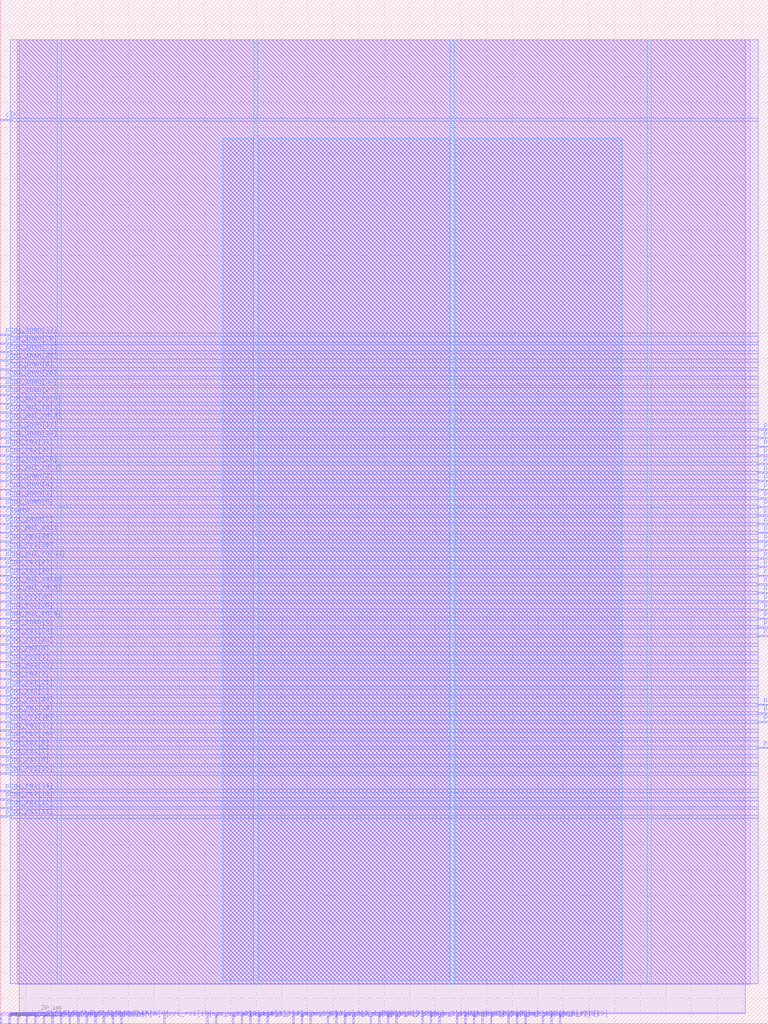
<source format=lef>
VERSION 5.7 ;
  NOWIREEXTENSIONATPIN ON ;
  DIVIDERCHAR "/" ;
  BUSBITCHARS "[]" ;
MACRO pcpi_mul
  CLASS BLOCK ;
  FOREIGN pcpi_mul ;
  ORIGIN 0.000 0.000 ;
  SIZE 300.000 BY 400.000 ;
  PIN clk
    DIRECTION INPUT ;
    USE SIGNAL ;
    ANTENNAGATEAREA 4.738000 ;
    ANTENNADIFFAREA 0.410400 ;
    PORT
      LAYER Metal3 ;
        RECT 0.000 352.800 4.000 353.360 ;
    END
  END clk
  PIN pcpi_insn[0]
    DIRECTION INPUT ;
    USE SIGNAL ;
    ANTENNAGATEAREA 0.741000 ;
    ANTENNADIFFAREA 0.410400 ;
    PORT
      LAYER Metal3 ;
        RECT 0.000 154.560 4.000 155.120 ;
    END
  END pcpi_insn[0]
  PIN pcpi_insn[10]
    DIRECTION INPUT ;
    USE SIGNAL ;
    PORT
      LAYER Metal2 ;
        RECT 0.000 0.000 0.560 4.000 ;
    END
  END pcpi_insn[10]
  PIN pcpi_insn[11]
    DIRECTION INPUT ;
    USE SIGNAL ;
    PORT
      LAYER Metal2 ;
        RECT 3.360 0.000 3.920 4.000 ;
    END
  END pcpi_insn[11]
  PIN pcpi_insn[12]
    DIRECTION INPUT ;
    USE SIGNAL ;
    ANTENNAGATEAREA 0.741000 ;
    ANTENNADIFFAREA 0.410400 ;
    PORT
      LAYER Metal3 ;
        RECT 0.000 268.800 4.000 269.360 ;
    END
  END pcpi_insn[12]
  PIN pcpi_insn[13]
    DIRECTION INPUT ;
    USE SIGNAL ;
    ANTENNAGATEAREA 0.741000 ;
    ANTENNADIFFAREA 0.410400 ;
    PORT
      LAYER Metal3 ;
        RECT 0.000 231.840 4.000 232.400 ;
    END
  END pcpi_insn[13]
  PIN pcpi_insn[14]
    DIRECTION INPUT ;
    USE SIGNAL ;
    ANTENNAGATEAREA 0.741000 ;
    ANTENNADIFFAREA 0.410400 ;
    PORT
      LAYER Metal3 ;
        RECT 0.000 228.480 4.000 229.040 ;
    END
  END pcpi_insn[14]
  PIN pcpi_insn[15]
    DIRECTION INPUT ;
    USE SIGNAL ;
    PORT
      LAYER Metal2 ;
        RECT 6.720 0.000 7.280 4.000 ;
    END
  END pcpi_insn[15]
  PIN pcpi_insn[16]
    DIRECTION INPUT ;
    USE SIGNAL ;
    PORT
      LAYER Metal2 ;
        RECT 10.080 0.000 10.640 4.000 ;
    END
  END pcpi_insn[16]
  PIN pcpi_insn[17]
    DIRECTION INPUT ;
    USE SIGNAL ;
    PORT
      LAYER Metal2 ;
        RECT 13.440 0.000 14.000 4.000 ;
    END
  END pcpi_insn[17]
  PIN pcpi_insn[18]
    DIRECTION INPUT ;
    USE SIGNAL ;
    PORT
      LAYER Metal2 ;
        RECT 16.800 0.000 17.360 4.000 ;
    END
  END pcpi_insn[18]
  PIN pcpi_insn[19]
    DIRECTION INPUT ;
    USE SIGNAL ;
    PORT
      LAYER Metal2 ;
        RECT 20.160 0.000 20.720 4.000 ;
    END
  END pcpi_insn[19]
  PIN pcpi_insn[1]
    DIRECTION INPUT ;
    USE SIGNAL ;
    ANTENNAGATEAREA 0.741000 ;
    ANTENNADIFFAREA 0.410400 ;
    PORT
      LAYER Metal3 ;
        RECT 0.000 204.960 4.000 205.520 ;
    END
  END pcpi_insn[1]
  PIN pcpi_insn[20]
    DIRECTION INPUT ;
    USE SIGNAL ;
    PORT
      LAYER Metal2 ;
        RECT 23.520 0.000 24.080 4.000 ;
    END
  END pcpi_insn[20]
  PIN pcpi_insn[21]
    DIRECTION INPUT ;
    USE SIGNAL ;
    PORT
      LAYER Metal2 ;
        RECT 26.880 0.000 27.440 4.000 ;
    END
  END pcpi_insn[21]
  PIN pcpi_insn[22]
    DIRECTION INPUT ;
    USE SIGNAL ;
    PORT
      LAYER Metal2 ;
        RECT 30.240 0.000 30.800 4.000 ;
    END
  END pcpi_insn[22]
  PIN pcpi_insn[23]
    DIRECTION INPUT ;
    USE SIGNAL ;
    PORT
      LAYER Metal2 ;
        RECT 33.600 0.000 34.160 4.000 ;
    END
  END pcpi_insn[23]
  PIN pcpi_insn[24]
    DIRECTION INPUT ;
    USE SIGNAL ;
    PORT
      LAYER Metal2 ;
        RECT 36.960 0.000 37.520 4.000 ;
    END
  END pcpi_insn[24]
  PIN pcpi_insn[25]
    DIRECTION INPUT ;
    USE SIGNAL ;
    ANTENNAGATEAREA 0.741000 ;
    ANTENNADIFFAREA 0.410400 ;
    PORT
      LAYER Metal3 ;
        RECT 0.000 258.720 4.000 259.280 ;
    END
  END pcpi_insn[25]
  PIN pcpi_insn[26]
    DIRECTION INPUT ;
    USE SIGNAL ;
    ANTENNAGATEAREA 0.741000 ;
    ANTENNADIFFAREA 0.410400 ;
    PORT
      LAYER Metal3 ;
        RECT 0.000 252.000 4.000 252.560 ;
    END
  END pcpi_insn[26]
  PIN pcpi_insn[27]
    DIRECTION INPUT ;
    USE SIGNAL ;
    ANTENNAGATEAREA 0.741000 ;
    ANTENNADIFFAREA 0.410400 ;
    PORT
      LAYER Metal3 ;
        RECT 0.000 245.280 4.000 245.840 ;
    END
  END pcpi_insn[27]
  PIN pcpi_insn[28]
    DIRECTION INPUT ;
    USE SIGNAL ;
    ANTENNAGATEAREA 0.741000 ;
    ANTENNADIFFAREA 0.410400 ;
    PORT
      LAYER Metal3 ;
        RECT 0.000 265.440 4.000 266.000 ;
    END
  END pcpi_insn[28]
  PIN pcpi_insn[29]
    DIRECTION INPUT ;
    USE SIGNAL ;
    ANTENNAGATEAREA 0.741000 ;
    ANTENNADIFFAREA 0.410400 ;
    PORT
      LAYER Metal3 ;
        RECT 0.000 218.400 4.000 218.960 ;
    END
  END pcpi_insn[29]
  PIN pcpi_insn[2]
    DIRECTION INPUT ;
    USE SIGNAL ;
    ANTENNAGATEAREA 0.741000 ;
    ANTENNADIFFAREA 0.410400 ;
    PORT
      LAYER Metal3 ;
        RECT 0.000 211.680 4.000 212.240 ;
    END
  END pcpi_insn[2]
  PIN pcpi_insn[30]
    DIRECTION INPUT ;
    USE SIGNAL ;
    ANTENNAGATEAREA 0.741000 ;
    ANTENNADIFFAREA 0.410400 ;
    PORT
      LAYER Metal3 ;
        RECT 0.000 248.640 4.000 249.200 ;
    END
  END pcpi_insn[30]
  PIN pcpi_insn[31]
    DIRECTION INPUT ;
    USE SIGNAL ;
    ANTENNAGATEAREA 0.741000 ;
    ANTENNADIFFAREA 0.410400 ;
    PORT
      LAYER Metal3 ;
        RECT 0.000 262.080 4.000 262.640 ;
    END
  END pcpi_insn[31]
  PIN pcpi_insn[3]
    DIRECTION INPUT ;
    USE SIGNAL ;
    ANTENNAGATEAREA 0.741000 ;
    ANTENNADIFFAREA 0.410400 ;
    PORT
      LAYER Metal3 ;
        RECT 0.000 194.880 4.000 195.440 ;
    END
  END pcpi_insn[3]
  PIN pcpi_insn[4]
    DIRECTION INPUT ;
    USE SIGNAL ;
    ANTENNAGATEAREA 0.741000 ;
    ANTENNADIFFAREA 0.410400 ;
    PORT
      LAYER Metal3 ;
        RECT 0.000 208.320 4.000 208.880 ;
    END
  END pcpi_insn[4]
  PIN pcpi_insn[5]
    DIRECTION INPUT ;
    USE SIGNAL ;
    ANTENNAGATEAREA 0.741000 ;
    ANTENNADIFFAREA 0.410400 ;
    PORT
      LAYER Metal3 ;
        RECT 0.000 201.600 4.000 202.160 ;
    END
  END pcpi_insn[5]
  PIN pcpi_insn[6]
    DIRECTION INPUT ;
    USE SIGNAL ;
    ANTENNAGATEAREA 0.741000 ;
    ANTENNADIFFAREA 0.410400 ;
    PORT
      LAYER Metal3 ;
        RECT 0.000 255.360 4.000 255.920 ;
    END
  END pcpi_insn[6]
  PIN pcpi_insn[7]
    DIRECTION INPUT ;
    USE SIGNAL ;
    PORT
      LAYER Metal2 ;
        RECT 40.320 0.000 40.880 4.000 ;
    END
  END pcpi_insn[7]
  PIN pcpi_insn[8]
    DIRECTION INPUT ;
    USE SIGNAL ;
    PORT
      LAYER Metal2 ;
        RECT 43.680 0.000 44.240 4.000 ;
    END
  END pcpi_insn[8]
  PIN pcpi_insn[9]
    DIRECTION INPUT ;
    USE SIGNAL ;
    PORT
      LAYER Metal2 ;
        RECT 47.040 0.000 47.600 4.000 ;
    END
  END pcpi_insn[9]
  PIN pcpi_mul_rd[0]
    DIRECTION OUTPUT TRISTATE ;
    USE SIGNAL ;
    ANTENNADIFFAREA 4.731200 ;
    PORT
      LAYER Metal3 ;
        RECT 0.000 241.920 4.000 242.480 ;
    END
  END pcpi_mul_rd[0]
  PIN pcpi_mul_rd[10]
    DIRECTION OUTPUT TRISTATE ;
    USE SIGNAL ;
    ANTENNADIFFAREA 4.731200 ;
    PORT
      LAYER Metal3 ;
        RECT 296.000 231.840 300.000 232.400 ;
    END
  END pcpi_mul_rd[10]
  PIN pcpi_mul_rd[11]
    DIRECTION OUTPUT TRISTATE ;
    USE SIGNAL ;
    ANTENNADIFFAREA 4.731200 ;
    PORT
      LAYER Metal3 ;
        RECT 296.000 151.200 300.000 151.760 ;
    END
  END pcpi_mul_rd[11]
  PIN pcpi_mul_rd[12]
    DIRECTION OUTPUT TRISTATE ;
    USE SIGNAL ;
    ANTENNADIFFAREA 4.731200 ;
    PORT
      LAYER Metal3 ;
        RECT 296.000 157.920 300.000 158.480 ;
    END
  END pcpi_mul_rd[12]
  PIN pcpi_mul_rd[13]
    DIRECTION OUTPUT TRISTATE ;
    USE SIGNAL ;
    ANTENNADIFFAREA 4.731200 ;
    PORT
      LAYER Metal3 ;
        RECT 296.000 161.280 300.000 161.840 ;
    END
  END pcpi_mul_rd[13]
  PIN pcpi_mul_rd[14]
    DIRECTION OUTPUT TRISTATE ;
    USE SIGNAL ;
    ANTENNADIFFAREA 4.731200 ;
    PORT
      LAYER Metal3 ;
        RECT 296.000 188.160 300.000 188.720 ;
    END
  END pcpi_mul_rd[14]
  PIN pcpi_mul_rd[15]
    DIRECTION OUTPUT TRISTATE ;
    USE SIGNAL ;
    ANTENNADIFFAREA 4.731200 ;
    PORT
      LAYER Metal3 ;
        RECT 296.000 181.440 300.000 182.000 ;
    END
  END pcpi_mul_rd[15]
  PIN pcpi_mul_rd[16]
    DIRECTION OUTPUT TRISTATE ;
    USE SIGNAL ;
    ANTENNADIFFAREA 4.731200 ;
    PORT
      LAYER Metal3 ;
        RECT 296.000 154.560 300.000 155.120 ;
    END
  END pcpi_mul_rd[16]
  PIN pcpi_mul_rd[17]
    DIRECTION OUTPUT TRISTATE ;
    USE SIGNAL ;
    ANTENNADIFFAREA 4.731200 ;
    PORT
      LAYER Metal3 ;
        RECT 296.000 164.640 300.000 165.200 ;
    END
  END pcpi_mul_rd[17]
  PIN pcpi_mul_rd[18]
    DIRECTION OUTPUT TRISTATE ;
    USE SIGNAL ;
    ANTENNADIFFAREA 4.731200 ;
    PORT
      LAYER Metal3 ;
        RECT 296.000 184.800 300.000 185.360 ;
    END
  END pcpi_mul_rd[18]
  PIN pcpi_mul_rd[19]
    DIRECTION OUTPUT TRISTATE ;
    USE SIGNAL ;
    ANTENNADIFFAREA 4.731200 ;
    PORT
      LAYER Metal3 ;
        RECT 296.000 168.000 300.000 168.560 ;
    END
  END pcpi_mul_rd[19]
  PIN pcpi_mul_rd[1]
    DIRECTION OUTPUT TRISTATE ;
    USE SIGNAL ;
    ANTENNADIFFAREA 4.731200 ;
    PORT
      LAYER Metal3 ;
        RECT 0.000 238.560 4.000 239.120 ;
    END
  END pcpi_mul_rd[1]
  PIN pcpi_mul_rd[20]
    DIRECTION OUTPUT TRISTATE ;
    USE SIGNAL ;
    ANTENNADIFFAREA 4.731200 ;
    PORT
      LAYER Metal3 ;
        RECT 296.000 228.480 300.000 229.040 ;
    END
  END pcpi_mul_rd[20]
  PIN pcpi_mul_rd[21]
    DIRECTION OUTPUT TRISTATE ;
    USE SIGNAL ;
    ANTENNADIFFAREA 4.731200 ;
    PORT
      LAYER Metal3 ;
        RECT 296.000 221.760 300.000 222.320 ;
    END
  END pcpi_mul_rd[21]
  PIN pcpi_mul_rd[22]
    DIRECTION OUTPUT TRISTATE ;
    USE SIGNAL ;
    ANTENNADIFFAREA 4.731200 ;
    PORT
      LAYER Metal3 ;
        RECT 296.000 218.400 300.000 218.960 ;
    END
  END pcpi_mul_rd[22]
  PIN pcpi_mul_rd[23]
    DIRECTION OUTPUT TRISTATE ;
    USE SIGNAL ;
    ANTENNADIFFAREA 4.731200 ;
    PORT
      LAYER Metal3 ;
        RECT 296.000 225.120 300.000 225.680 ;
    END
  END pcpi_mul_rd[23]
  PIN pcpi_mul_rd[24]
    DIRECTION OUTPUT TRISTATE ;
    USE SIGNAL ;
    ANTENNADIFFAREA 4.731200 ;
    PORT
      LAYER Metal3 ;
        RECT 296.000 198.240 300.000 198.800 ;
    END
  END pcpi_mul_rd[24]
  PIN pcpi_mul_rd[25]
    DIRECTION OUTPUT TRISTATE ;
    USE SIGNAL ;
    ANTENNADIFFAREA 4.731200 ;
    PORT
      LAYER Metal3 ;
        RECT 296.000 215.040 300.000 215.600 ;
    END
  END pcpi_mul_rd[25]
  PIN pcpi_mul_rd[26]
    DIRECTION OUTPUT TRISTATE ;
    USE SIGNAL ;
    ANTENNADIFFAREA 4.731200 ;
    PORT
      LAYER Metal3 ;
        RECT 296.000 204.960 300.000 205.520 ;
    END
  END pcpi_mul_rd[26]
  PIN pcpi_mul_rd[27]
    DIRECTION OUTPUT TRISTATE ;
    USE SIGNAL ;
    ANTENNADIFFAREA 4.731200 ;
    PORT
      LAYER Metal3 ;
        RECT 296.000 201.600 300.000 202.160 ;
    END
  END pcpi_mul_rd[27]
  PIN pcpi_mul_rd[28]
    DIRECTION OUTPUT TRISTATE ;
    USE SIGNAL ;
    ANTENNADIFFAREA 4.731200 ;
    PORT
      LAYER Metal3 ;
        RECT 296.000 191.520 300.000 192.080 ;
    END
  END pcpi_mul_rd[28]
  PIN pcpi_mul_rd[29]
    DIRECTION OUTPUT TRISTATE ;
    USE SIGNAL ;
    ANTENNADIFFAREA 4.731200 ;
    PORT
      LAYER Metal3 ;
        RECT 296.000 211.680 300.000 212.240 ;
    END
  END pcpi_mul_rd[29]
  PIN pcpi_mul_rd[2]
    DIRECTION OUTPUT TRISTATE ;
    USE SIGNAL ;
    ANTENNADIFFAREA 4.731200 ;
    PORT
      LAYER Metal3 ;
        RECT 0.000 235.200 4.000 235.760 ;
    END
  END pcpi_mul_rd[2]
  PIN pcpi_mul_rd[30]
    DIRECTION OUTPUT TRISTATE ;
    USE SIGNAL ;
    ANTENNADIFFAREA 4.731200 ;
    PORT
      LAYER Metal3 ;
        RECT 296.000 208.320 300.000 208.880 ;
    END
  END pcpi_mul_rd[30]
  PIN pcpi_mul_rd[31]
    DIRECTION OUTPUT TRISTATE ;
    USE SIGNAL ;
    ANTENNADIFFAREA 4.731200 ;
    PORT
      LAYER Metal3 ;
        RECT 0.000 181.440 4.000 182.000 ;
    END
  END pcpi_mul_rd[31]
  PIN pcpi_mul_rd[3]
    DIRECTION OUTPUT TRISTATE ;
    USE SIGNAL ;
    ANTENNADIFFAREA 4.731200 ;
    PORT
      LAYER Metal3 ;
        RECT 0.000 215.040 4.000 215.600 ;
    END
  END pcpi_mul_rd[3]
  PIN pcpi_mul_rd[4]
    DIRECTION OUTPUT TRISTATE ;
    USE SIGNAL ;
    ANTENNADIFFAREA 4.731200 ;
    PORT
      LAYER Metal3 ;
        RECT 0.000 157.920 4.000 158.480 ;
    END
  END pcpi_mul_rd[4]
  PIN pcpi_mul_rd[5]
    DIRECTION OUTPUT TRISTATE ;
    USE SIGNAL ;
    ANTENNADIFFAREA 4.731200 ;
    PORT
      LAYER Metal3 ;
        RECT 0.000 168.000 4.000 168.560 ;
    END
  END pcpi_mul_rd[5]
  PIN pcpi_mul_rd[6]
    DIRECTION OUTPUT TRISTATE ;
    USE SIGNAL ;
    ANTENNADIFFAREA 4.731200 ;
    PORT
      LAYER Metal2 ;
        RECT 131.040 0.000 131.600 4.000 ;
    END
  END pcpi_mul_rd[6]
  PIN pcpi_mul_rd[7]
    DIRECTION OUTPUT TRISTATE ;
    USE SIGNAL ;
    ANTENNADIFFAREA 4.731200 ;
    PORT
      LAYER Metal2 ;
        RECT 134.400 0.000 134.960 4.000 ;
    END
  END pcpi_mul_rd[7]
  PIN pcpi_mul_rd[8]
    DIRECTION OUTPUT TRISTATE ;
    USE SIGNAL ;
    ANTENNADIFFAREA 4.731200 ;
    PORT
      LAYER Metal3 ;
        RECT 296.000 194.880 300.000 195.440 ;
    END
  END pcpi_mul_rd[8]
  PIN pcpi_mul_rd[9]
    DIRECTION OUTPUT TRISTATE ;
    USE SIGNAL ;
    ANTENNADIFFAREA 4.731200 ;
    PORT
      LAYER Metal3 ;
        RECT 296.000 178.080 300.000 178.640 ;
    END
  END pcpi_mul_rd[9]
  PIN pcpi_mul_ready
    DIRECTION OUTPUT TRISTATE ;
    USE SIGNAL ;
    ANTENNADIFFAREA 4.731200 ;
    PORT
      LAYER Metal3 ;
        RECT 296.000 174.720 300.000 175.280 ;
    END
  END pcpi_mul_ready
  PIN pcpi_mul_valid
    DIRECTION INPUT ;
    USE SIGNAL ;
    ANTENNAGATEAREA 0.741000 ;
    ANTENNADIFFAREA 0.410400 ;
    PORT
      LAYER Metal3 ;
        RECT 0.000 171.360 4.000 171.920 ;
    END
  END pcpi_mul_valid
  PIN pcpi_mul_wait
    DIRECTION OUTPUT TRISTATE ;
    USE SIGNAL ;
    ANTENNADIFFAREA 4.731200 ;
    PORT
      LAYER Metal3 ;
        RECT 0.000 191.520 4.000 192.080 ;
    END
  END pcpi_mul_wait
  PIN pcpi_mul_wr
    DIRECTION OUTPUT TRISTATE ;
    USE SIGNAL ;
    ANTENNADIFFAREA 4.731200 ;
    PORT
      LAYER Metal3 ;
        RECT 296.000 171.360 300.000 171.920 ;
    END
  END pcpi_mul_wr
  PIN pcpi_rs1[0]
    DIRECTION INPUT ;
    USE SIGNAL ;
    ANTENNAGATEAREA 0.741000 ;
    ANTENNADIFFAREA 0.410400 ;
    PORT
      LAYER Metal2 ;
        RECT 120.960 0.000 121.520 4.000 ;
    END
  END pcpi_rs1[0]
  PIN pcpi_rs1[10]
    DIRECTION INPUT ;
    USE SIGNAL ;
    ANTENNAGATEAREA 0.741000 ;
    ANTENNADIFFAREA 0.410400 ;
    PORT
      LAYER Metal2 ;
        RECT 63.840 0.000 64.400 4.000 ;
    END
  END pcpi_rs1[10]
  PIN pcpi_rs1[11]
    DIRECTION INPUT ;
    USE SIGNAL ;
    ANTENNAGATEAREA 0.741000 ;
    ANTENNADIFFAREA 0.410400 ;
    PORT
      LAYER Metal3 ;
        RECT 0.000 80.640 4.000 81.200 ;
    END
  END pcpi_rs1[11]
  PIN pcpi_rs1[12]
    DIRECTION INPUT ;
    USE SIGNAL ;
    ANTENNAGATEAREA 0.741000 ;
    ANTENNADIFFAREA 0.410400 ;
    PORT
      LAYER Metal3 ;
        RECT 0.000 84.000 4.000 84.560 ;
    END
  END pcpi_rs1[12]
  PIN pcpi_rs1[13]
    DIRECTION INPUT ;
    USE SIGNAL ;
    ANTENNAGATEAREA 0.741000 ;
    ANTENNADIFFAREA 0.410400 ;
    PORT
      LAYER Metal3 ;
        RECT 0.000 87.360 4.000 87.920 ;
    END
  END pcpi_rs1[13]
  PIN pcpi_rs1[14]
    DIRECTION INPUT ;
    USE SIGNAL ;
    ANTENNAGATEAREA 0.741000 ;
    ANTENNADIFFAREA 0.410400 ;
    PORT
      LAYER Metal3 ;
        RECT 0.000 90.720 4.000 91.280 ;
    END
  END pcpi_rs1[14]
  PIN pcpi_rs1[15]
    DIRECTION INPUT ;
    USE SIGNAL ;
    ANTENNAGATEAREA 0.741000 ;
    ANTENNADIFFAREA 0.410400 ;
    PORT
      LAYER Metal3 ;
        RECT 0.000 97.440 4.000 98.000 ;
    END
  END pcpi_rs1[15]
  PIN pcpi_rs1[16]
    DIRECTION INPUT ;
    USE SIGNAL ;
    ANTENNAGATEAREA 0.741000 ;
    ANTENNADIFFAREA 0.410400 ;
    PORT
      LAYER Metal3 ;
        RECT 0.000 110.880 4.000 111.440 ;
    END
  END pcpi_rs1[16]
  PIN pcpi_rs1[17]
    DIRECTION INPUT ;
    USE SIGNAL ;
    ANTENNAGATEAREA 0.741000 ;
    ANTENNADIFFAREA 0.410400 ;
    PORT
      LAYER Metal3 ;
        RECT 0.000 114.240 4.000 114.800 ;
    END
  END pcpi_rs1[17]
  PIN pcpi_rs1[18]
    DIRECTION INPUT ;
    USE SIGNAL ;
    ANTENNAGATEAREA 0.741000 ;
    ANTENNADIFFAREA 0.410400 ;
    PORT
      LAYER Metal3 ;
        RECT 0.000 117.600 4.000 118.160 ;
    END
  END pcpi_rs1[18]
  PIN pcpi_rs1[19]
    DIRECTION INPUT ;
    USE SIGNAL ;
    ANTENNAGATEAREA 0.741000 ;
    ANTENNADIFFAREA 0.410400 ;
    PORT
      LAYER Metal3 ;
        RECT 0.000 120.960 4.000 121.520 ;
    END
  END pcpi_rs1[19]
  PIN pcpi_rs1[1]
    DIRECTION INPUT ;
    USE SIGNAL ;
    ANTENNAGATEAREA 0.741000 ;
    ANTENNADIFFAREA 0.410400 ;
    PORT
      LAYER Metal2 ;
        RECT 100.800 0.000 101.360 4.000 ;
    END
  END pcpi_rs1[1]
  PIN pcpi_rs1[20]
    DIRECTION INPUT ;
    USE SIGNAL ;
    ANTENNAGATEAREA 0.741000 ;
    ANTENNADIFFAREA 0.410400 ;
    PORT
      LAYER Metal3 ;
        RECT 0.000 124.320 4.000 124.880 ;
    END
  END pcpi_rs1[20]
  PIN pcpi_rs1[21]
    DIRECTION INPUT ;
    USE SIGNAL ;
    ANTENNAGATEAREA 0.741000 ;
    ANTENNADIFFAREA 0.410400 ;
    PORT
      LAYER Metal3 ;
        RECT 0.000 131.040 4.000 131.600 ;
    END
  END pcpi_rs1[21]
  PIN pcpi_rs1[22]
    DIRECTION INPUT ;
    USE SIGNAL ;
    ANTENNAGATEAREA 0.741000 ;
    ANTENNADIFFAREA 0.410400 ;
    PORT
      LAYER Metal3 ;
        RECT 0.000 137.760 4.000 138.320 ;
    END
  END pcpi_rs1[22]
  PIN pcpi_rs1[23]
    DIRECTION INPUT ;
    USE SIGNAL ;
    ANTENNAGATEAREA 0.741000 ;
    ANTENNADIFFAREA 0.410400 ;
    PORT
      LAYER Metal3 ;
        RECT 0.000 147.840 4.000 148.400 ;
    END
  END pcpi_rs1[23]
  PIN pcpi_rs1[24]
    DIRECTION INPUT ;
    USE SIGNAL ;
    ANTENNAGATEAREA 0.741000 ;
    ANTENNADIFFAREA 0.410400 ;
    PORT
      LAYER Metal3 ;
        RECT 0.000 151.200 4.000 151.760 ;
    END
  END pcpi_rs1[24]
  PIN pcpi_rs1[25]
    DIRECTION INPUT ;
    USE SIGNAL ;
    ANTENNAGATEAREA 0.741000 ;
    ANTENNADIFFAREA 0.410400 ;
    PORT
      LAYER Metal3 ;
        RECT 0.000 161.280 4.000 161.840 ;
    END
  END pcpi_rs1[25]
  PIN pcpi_rs1[26]
    DIRECTION INPUT ;
    USE SIGNAL ;
    ANTENNAGATEAREA 0.741000 ;
    ANTENNADIFFAREA 0.410400 ;
    PORT
      LAYER Metal3 ;
        RECT 0.000 164.640 4.000 165.200 ;
    END
  END pcpi_rs1[26]
  PIN pcpi_rs1[27]
    DIRECTION INPUT ;
    USE SIGNAL ;
    ANTENNAGATEAREA 0.741000 ;
    ANTENNADIFFAREA 0.410400 ;
    PORT
      LAYER Metal3 ;
        RECT 0.000 178.080 4.000 178.640 ;
    END
  END pcpi_rs1[27]
  PIN pcpi_rs1[28]
    DIRECTION INPUT ;
    USE SIGNAL ;
    ANTENNAGATEAREA 0.741000 ;
    ANTENNADIFFAREA 0.410400 ;
    PORT
      LAYER Metal3 ;
        RECT 0.000 184.800 4.000 185.360 ;
    END
  END pcpi_rs1[28]
  PIN pcpi_rs1[29]
    DIRECTION INPUT ;
    USE SIGNAL ;
    ANTENNAGATEAREA 0.741000 ;
    ANTENNADIFFAREA 0.410400 ;
    PORT
      LAYER Metal3 ;
        RECT 0.000 188.160 4.000 188.720 ;
    END
  END pcpi_rs1[29]
  PIN pcpi_rs1[2]
    DIRECTION INPUT ;
    USE SIGNAL ;
    ANTENNAGATEAREA 0.741000 ;
    ANTENNADIFFAREA 0.410400 ;
    PORT
      LAYER Metal2 ;
        RECT 97.440 0.000 98.000 4.000 ;
    END
  END pcpi_rs1[2]
  PIN pcpi_rs1[30]
    DIRECTION INPUT ;
    USE SIGNAL ;
    ANTENNAGATEAREA 0.741000 ;
    ANTENNADIFFAREA 0.410400 ;
    PORT
      LAYER Metal3 ;
        RECT 0.000 174.720 4.000 175.280 ;
    END
  END pcpi_rs1[30]
  PIN pcpi_rs1[31]
    DIRECTION INPUT ;
    USE SIGNAL ;
    ANTENNAGATEAREA 0.741000 ;
    ANTENNADIFFAREA 0.410400 ;
    PORT
      LAYER Metal3 ;
        RECT 0.000 225.120 4.000 225.680 ;
    END
  END pcpi_rs1[31]
  PIN pcpi_rs1[3]
    DIRECTION INPUT ;
    USE SIGNAL ;
    ANTENNAGATEAREA 0.741000 ;
    ANTENNADIFFAREA 0.410400 ;
    PORT
      LAYER Metal2 ;
        RECT 94.080 0.000 94.640 4.000 ;
    END
  END pcpi_rs1[3]
  PIN pcpi_rs1[4]
    DIRECTION INPUT ;
    USE SIGNAL ;
    ANTENNAGATEAREA 0.741000 ;
    ANTENNADIFFAREA 0.410400 ;
    PORT
      LAYER Metal2 ;
        RECT 90.720 0.000 91.280 4.000 ;
    END
  END pcpi_rs1[4]
  PIN pcpi_rs1[5]
    DIRECTION INPUT ;
    USE SIGNAL ;
    ANTENNAGATEAREA 0.741000 ;
    ANTENNADIFFAREA 0.410400 ;
    PORT
      LAYER Metal2 ;
        RECT 84.000 0.000 84.560 4.000 ;
    END
  END pcpi_rs1[5]
  PIN pcpi_rs1[6]
    DIRECTION INPUT ;
    USE SIGNAL ;
    ANTENNAGATEAREA 0.741000 ;
    ANTENNADIFFAREA 0.410400 ;
    PORT
      LAYER Metal2 ;
        RECT 80.640 0.000 81.200 4.000 ;
    END
  END pcpi_rs1[6]
  PIN pcpi_rs1[7]
    DIRECTION INPUT ;
    USE SIGNAL ;
    ANTENNAGATEAREA 0.741000 ;
    ANTENNADIFFAREA 0.410400 ;
    PORT
      LAYER Metal3 ;
        RECT 0.000 104.160 4.000 104.720 ;
    END
  END pcpi_rs1[7]
  PIN pcpi_rs1[8]
    DIRECTION INPUT ;
    USE SIGNAL ;
    ANTENNAGATEAREA 0.741000 ;
    ANTENNADIFFAREA 0.410400 ;
    PORT
      LAYER Metal3 ;
        RECT 0.000 107.520 4.000 108.080 ;
    END
  END pcpi_rs1[8]
  PIN pcpi_rs1[9]
    DIRECTION INPUT ;
    USE SIGNAL ;
    ANTENNAGATEAREA 0.741000 ;
    ANTENNADIFFAREA 0.410400 ;
    PORT
      LAYER Metal3 ;
        RECT 0.000 100.800 4.000 101.360 ;
    END
  END pcpi_rs1[9]
  PIN pcpi_rs2[0]
    DIRECTION INPUT ;
    USE SIGNAL ;
    ANTENNAGATEAREA 0.741000 ;
    ANTENNADIFFAREA 0.410400 ;
    PORT
      LAYER Metal3 ;
        RECT 0.000 144.480 4.000 145.040 ;
    END
  END pcpi_rs2[0]
  PIN pcpi_rs2[10]
    DIRECTION INPUT ;
    USE SIGNAL ;
    ANTENNAGATEAREA 0.741000 ;
    ANTENNADIFFAREA 0.410400 ;
    PORT
      LAYER Metal2 ;
        RECT 154.560 0.000 155.120 4.000 ;
    END
  END pcpi_rs2[10]
  PIN pcpi_rs2[11]
    DIRECTION INPUT ;
    USE SIGNAL ;
    ANTENNAGATEAREA 0.741000 ;
    ANTENNADIFFAREA 0.410400 ;
    PORT
      LAYER Metal2 ;
        RECT 164.640 0.000 165.200 4.000 ;
    END
  END pcpi_rs2[11]
  PIN pcpi_rs2[12]
    DIRECTION INPUT ;
    USE SIGNAL ;
    ANTENNAGATEAREA 0.741000 ;
    ANTENNADIFFAREA 0.410400 ;
    PORT
      LAYER Metal2 ;
        RECT 171.360 0.000 171.920 4.000 ;
    END
  END pcpi_rs2[12]
  PIN pcpi_rs2[13]
    DIRECTION INPUT ;
    USE SIGNAL ;
    ANTENNAGATEAREA 0.741000 ;
    ANTENNADIFFAREA 0.410400 ;
    PORT
      LAYER Metal2 ;
        RECT 181.440 0.000 182.000 4.000 ;
    END
  END pcpi_rs2[13]
  PIN pcpi_rs2[14]
    DIRECTION INPUT ;
    USE SIGNAL ;
    ANTENNAGATEAREA 0.741000 ;
    ANTENNADIFFAREA 0.410400 ;
    PORT
      LAYER Metal2 ;
        RECT 191.520 0.000 192.080 4.000 ;
    END
  END pcpi_rs2[14]
  PIN pcpi_rs2[15]
    DIRECTION INPUT ;
    USE SIGNAL ;
    ANTENNAGATEAREA 0.741000 ;
    ANTENNADIFFAREA 0.410400 ;
    PORT
      LAYER Metal2 ;
        RECT 198.240 0.000 198.800 4.000 ;
    END
  END pcpi_rs2[15]
  PIN pcpi_rs2[16]
    DIRECTION INPUT ;
    USE SIGNAL ;
    ANTENNAGATEAREA 0.741000 ;
    ANTENNADIFFAREA 0.410400 ;
    PORT
      LAYER Metal2 ;
        RECT 204.960 0.000 205.520 4.000 ;
    END
  END pcpi_rs2[16]
  PIN pcpi_rs2[17]
    DIRECTION INPUT ;
    USE SIGNAL ;
    ANTENNAGATEAREA 0.741000 ;
    ANTENNADIFFAREA 0.410400 ;
    PORT
      LAYER Metal2 ;
        RECT 211.680 0.000 212.240 4.000 ;
    END
  END pcpi_rs2[17]
  PIN pcpi_rs2[18]
    DIRECTION INPUT ;
    USE SIGNAL ;
    ANTENNAGATEAREA 0.741000 ;
    ANTENNADIFFAREA 0.410400 ;
    PORT
      LAYER Metal2 ;
        RECT 215.040 0.000 215.600 4.000 ;
    END
  END pcpi_rs2[18]
  PIN pcpi_rs2[19]
    DIRECTION INPUT ;
    USE SIGNAL ;
    ANTENNAGATEAREA 0.741000 ;
    ANTENNADIFFAREA 0.410400 ;
    PORT
      LAYER Metal2 ;
        RECT 218.400 0.000 218.960 4.000 ;
    END
  END pcpi_rs2[19]
  PIN pcpi_rs2[1]
    DIRECTION INPUT ;
    USE SIGNAL ;
    ANTENNAGATEAREA 0.741000 ;
    ANTENNADIFFAREA 0.410400 ;
    PORT
      LAYER Metal3 ;
        RECT 0.000 141.120 4.000 141.680 ;
    END
  END pcpi_rs2[1]
  PIN pcpi_rs2[20]
    DIRECTION INPUT ;
    USE SIGNAL ;
    ANTENNAGATEAREA 0.741000 ;
    ANTENNADIFFAREA 0.410400 ;
    PORT
      LAYER Metal3 ;
        RECT 296.000 107.520 300.000 108.080 ;
    END
  END pcpi_rs2[20]
  PIN pcpi_rs2[21]
    DIRECTION INPUT ;
    USE SIGNAL ;
    ANTENNAGATEAREA 0.741000 ;
    ANTENNADIFFAREA 0.410400 ;
    PORT
      LAYER Metal3 ;
        RECT 296.000 117.600 300.000 118.160 ;
    END
  END pcpi_rs2[21]
  PIN pcpi_rs2[22]
    DIRECTION INPUT ;
    USE SIGNAL ;
    ANTENNAGATEAREA 0.741000 ;
    ANTENNADIFFAREA 0.410400 ;
    PORT
      LAYER Metal3 ;
        RECT 296.000 120.960 300.000 121.520 ;
    END
  END pcpi_rs2[22]
  PIN pcpi_rs2[23]
    DIRECTION INPUT ;
    USE SIGNAL ;
    ANTENNAGATEAREA 0.741000 ;
    ANTENNADIFFAREA 0.410400 ;
    PORT
      LAYER Metal3 ;
        RECT 296.000 124.320 300.000 124.880 ;
    END
  END pcpi_rs2[23]
  PIN pcpi_rs2[24]
    DIRECTION INPUT ;
    USE SIGNAL ;
    ANTENNAGATEAREA 0.741000 ;
    ANTENNADIFFAREA 0.410400 ;
    PORT
      LAYER Metal2 ;
        RECT 201.600 0.000 202.160 4.000 ;
    END
  END pcpi_rs2[24]
  PIN pcpi_rs2[25]
    DIRECTION INPUT ;
    USE SIGNAL ;
    ANTENNAGATEAREA 0.741000 ;
    ANTENNADIFFAREA 0.410400 ;
    PORT
      LAYER Metal2 ;
        RECT 188.160 0.000 188.720 4.000 ;
    END
  END pcpi_rs2[25]
  PIN pcpi_rs2[26]
    DIRECTION INPUT ;
    USE SIGNAL ;
    ANTENNAGATEAREA 0.741000 ;
    ANTENNADIFFAREA 0.410400 ;
    PORT
      LAYER Metal2 ;
        RECT 184.800 0.000 185.360 4.000 ;
    END
  END pcpi_rs2[26]
  PIN pcpi_rs2[27]
    DIRECTION INPUT ;
    USE SIGNAL ;
    ANTENNAGATEAREA 0.741000 ;
    ANTENNADIFFAREA 0.410400 ;
    PORT
      LAYER Metal2 ;
        RECT 178.080 0.000 178.640 4.000 ;
    END
  END pcpi_rs2[27]
  PIN pcpi_rs2[28]
    DIRECTION INPUT ;
    USE SIGNAL ;
    ANTENNAGATEAREA 0.741000 ;
    ANTENNADIFFAREA 0.410400 ;
    PORT
      LAYER Metal2 ;
        RECT 168.000 0.000 168.560 4.000 ;
    END
  END pcpi_rs2[28]
  PIN pcpi_rs2[29]
    DIRECTION INPUT ;
    USE SIGNAL ;
    ANTENNAGATEAREA 0.741000 ;
    ANTENNADIFFAREA 0.410400 ;
    PORT
      LAYER Metal2 ;
        RECT 151.200 0.000 151.760 4.000 ;
    END
  END pcpi_rs2[29]
  PIN pcpi_rs2[2]
    DIRECTION INPUT ;
    USE SIGNAL ;
    ANTENNAGATEAREA 0.741000 ;
    ANTENNADIFFAREA 0.410400 ;
    PORT
      LAYER Metal3 ;
        RECT 0.000 134.400 4.000 134.960 ;
    END
  END pcpi_rs2[2]
  PIN pcpi_rs2[30]
    DIRECTION INPUT ;
    USE SIGNAL ;
    ANTENNAGATEAREA 0.741000 ;
    ANTENNADIFFAREA 0.410400 ;
    PORT
      LAYER Metal2 ;
        RECT 144.480 0.000 145.040 4.000 ;
    END
  END pcpi_rs2[30]
  PIN pcpi_rs2[31]
    DIRECTION INPUT ;
    USE SIGNAL ;
    ANTENNAGATEAREA 0.741000 ;
    ANTENNADIFFAREA 0.410400 ;
    PORT
      LAYER Metal3 ;
        RECT 0.000 221.760 4.000 222.320 ;
    END
  END pcpi_rs2[31]
  PIN pcpi_rs2[3]
    DIRECTION INPUT ;
    USE SIGNAL ;
    ANTENNAGATEAREA 0.741000 ;
    ANTENNADIFFAREA 0.410400 ;
    PORT
      LAYER Metal3 ;
        RECT 0.000 127.680 4.000 128.240 ;
    END
  END pcpi_rs2[3]
  PIN pcpi_rs2[4]
    DIRECTION INPUT ;
    USE SIGNAL ;
    ANTENNAGATEAREA 0.741000 ;
    ANTENNADIFFAREA 0.410400 ;
    PORT
      LAYER Metal2 ;
        RECT 104.160 0.000 104.720 4.000 ;
    END
  END pcpi_rs2[4]
  PIN pcpi_rs2[5]
    DIRECTION INPUT ;
    USE SIGNAL ;
    ANTENNAGATEAREA 0.741000 ;
    ANTENNADIFFAREA 0.410400 ;
    PORT
      LAYER Metal2 ;
        RECT 114.240 0.000 114.800 4.000 ;
    END
  END pcpi_rs2[5]
  PIN pcpi_rs2[6]
    DIRECTION INPUT ;
    USE SIGNAL ;
    ANTENNAGATEAREA 0.741000 ;
    ANTENNADIFFAREA 0.410400 ;
    PORT
      LAYER Metal2 ;
        RECT 117.600 0.000 118.160 4.000 ;
    END
  END pcpi_rs2[6]
  PIN pcpi_rs2[7]
    DIRECTION INPUT ;
    USE SIGNAL ;
    ANTENNAGATEAREA 0.741000 ;
    ANTENNADIFFAREA 0.410400 ;
    PORT
      LAYER Metal2 ;
        RECT 127.680 0.000 128.240 4.000 ;
    END
  END pcpi_rs2[7]
  PIN pcpi_rs2[8]
    DIRECTION INPUT ;
    USE SIGNAL ;
    ANTENNAGATEAREA 0.741000 ;
    ANTENNADIFFAREA 0.410400 ;
    PORT
      LAYER Metal2 ;
        RECT 137.760 0.000 138.320 4.000 ;
    END
  END pcpi_rs2[8]
  PIN pcpi_rs2[9]
    DIRECTION INPUT ;
    USE SIGNAL ;
    ANTENNAGATEAREA 0.741000 ;
    ANTENNADIFFAREA 0.410400 ;
    PORT
      LAYER Metal2 ;
        RECT 147.840 0.000 148.400 4.000 ;
    END
  END pcpi_rs2[9]
  PIN resetn
    DIRECTION INPUT ;
    USE SIGNAL ;
    ANTENNAGATEAREA 0.498500 ;
    ANTENNADIFFAREA 0.410400 ;
    PORT
      LAYER Metal3 ;
        RECT 0.000 198.240 4.000 198.800 ;
    END
  END resetn
  PIN vdd
    DIRECTION INOUT ;
    USE POWER ;
    PORT
      LAYER Metal4 ;
        RECT 22.240 15.380 23.840 384.460 ;
    END
    PORT
      LAYER Metal4 ;
        RECT 175.840 15.380 177.440 384.460 ;
    END
  END vdd
  PIN vss
    DIRECTION INOUT ;
    USE GROUND ;
    PORT
      LAYER Metal4 ;
        RECT 99.040 15.380 100.640 384.460 ;
    END
    PORT
      LAYER Metal4 ;
        RECT 252.640 15.380 254.240 384.460 ;
    END
  END vss
  OBS
      LAYER Metal1 ;
        RECT 6.720 15.380 292.880 384.460 ;
      LAYER Metal2 ;
        RECT 7.420 4.300 291.060 384.350 ;
        RECT 7.580 4.000 9.780 4.300 ;
        RECT 10.940 4.000 13.140 4.300 ;
        RECT 14.300 4.000 16.500 4.300 ;
        RECT 17.660 4.000 19.860 4.300 ;
        RECT 21.020 4.000 23.220 4.300 ;
        RECT 24.380 4.000 26.580 4.300 ;
        RECT 27.740 4.000 29.940 4.300 ;
        RECT 31.100 4.000 33.300 4.300 ;
        RECT 34.460 4.000 36.660 4.300 ;
        RECT 37.820 4.000 40.020 4.300 ;
        RECT 41.180 4.000 43.380 4.300 ;
        RECT 44.540 4.000 46.740 4.300 ;
        RECT 47.900 4.000 63.540 4.300 ;
        RECT 64.700 4.000 80.340 4.300 ;
        RECT 81.500 4.000 83.700 4.300 ;
        RECT 84.860 4.000 90.420 4.300 ;
        RECT 91.580 4.000 93.780 4.300 ;
        RECT 94.940 4.000 97.140 4.300 ;
        RECT 98.300 4.000 100.500 4.300 ;
        RECT 101.660 4.000 103.860 4.300 ;
        RECT 105.020 4.000 113.940 4.300 ;
        RECT 115.100 4.000 117.300 4.300 ;
        RECT 118.460 4.000 120.660 4.300 ;
        RECT 121.820 4.000 127.380 4.300 ;
        RECT 128.540 4.000 130.740 4.300 ;
        RECT 131.900 4.000 134.100 4.300 ;
        RECT 135.260 4.000 137.460 4.300 ;
        RECT 138.620 4.000 144.180 4.300 ;
        RECT 145.340 4.000 147.540 4.300 ;
        RECT 148.700 4.000 150.900 4.300 ;
        RECT 152.060 4.000 154.260 4.300 ;
        RECT 155.420 4.000 164.340 4.300 ;
        RECT 165.500 4.000 167.700 4.300 ;
        RECT 168.860 4.000 171.060 4.300 ;
        RECT 172.220 4.000 177.780 4.300 ;
        RECT 178.940 4.000 181.140 4.300 ;
        RECT 182.300 4.000 184.500 4.300 ;
        RECT 185.660 4.000 187.860 4.300 ;
        RECT 189.020 4.000 191.220 4.300 ;
        RECT 192.380 4.000 197.940 4.300 ;
        RECT 199.100 4.000 201.300 4.300 ;
        RECT 202.460 4.000 204.660 4.300 ;
        RECT 205.820 4.000 211.380 4.300 ;
        RECT 212.540 4.000 214.740 4.300 ;
        RECT 215.900 4.000 218.100 4.300 ;
        RECT 219.260 4.000 291.060 4.300 ;
      LAYER Metal3 ;
        RECT 4.000 353.660 296.000 384.300 ;
        RECT 4.300 352.500 296.000 353.660 ;
        RECT 4.000 269.660 296.000 352.500 ;
        RECT 4.300 268.500 296.000 269.660 ;
        RECT 4.000 266.300 296.000 268.500 ;
        RECT 4.300 265.140 296.000 266.300 ;
        RECT 4.000 262.940 296.000 265.140 ;
        RECT 4.300 261.780 296.000 262.940 ;
        RECT 4.000 259.580 296.000 261.780 ;
        RECT 4.300 258.420 296.000 259.580 ;
        RECT 4.000 256.220 296.000 258.420 ;
        RECT 4.300 255.060 296.000 256.220 ;
        RECT 4.000 252.860 296.000 255.060 ;
        RECT 4.300 251.700 296.000 252.860 ;
        RECT 4.000 249.500 296.000 251.700 ;
        RECT 4.300 248.340 296.000 249.500 ;
        RECT 4.000 246.140 296.000 248.340 ;
        RECT 4.300 244.980 296.000 246.140 ;
        RECT 4.000 242.780 296.000 244.980 ;
        RECT 4.300 241.620 296.000 242.780 ;
        RECT 4.000 239.420 296.000 241.620 ;
        RECT 4.300 238.260 296.000 239.420 ;
        RECT 4.000 236.060 296.000 238.260 ;
        RECT 4.300 234.900 296.000 236.060 ;
        RECT 4.000 232.700 296.000 234.900 ;
        RECT 4.300 231.540 295.700 232.700 ;
        RECT 4.000 229.340 296.000 231.540 ;
        RECT 4.300 228.180 295.700 229.340 ;
        RECT 4.000 225.980 296.000 228.180 ;
        RECT 4.300 224.820 295.700 225.980 ;
        RECT 4.000 222.620 296.000 224.820 ;
        RECT 4.300 221.460 295.700 222.620 ;
        RECT 4.000 219.260 296.000 221.460 ;
        RECT 4.300 218.100 295.700 219.260 ;
        RECT 4.000 215.900 296.000 218.100 ;
        RECT 4.300 214.740 295.700 215.900 ;
        RECT 4.000 212.540 296.000 214.740 ;
        RECT 4.300 211.380 295.700 212.540 ;
        RECT 4.000 209.180 296.000 211.380 ;
        RECT 4.300 208.020 295.700 209.180 ;
        RECT 4.000 205.820 296.000 208.020 ;
        RECT 4.300 204.660 295.700 205.820 ;
        RECT 4.000 202.460 296.000 204.660 ;
        RECT 4.300 201.300 295.700 202.460 ;
        RECT 4.000 199.100 296.000 201.300 ;
        RECT 4.300 197.940 295.700 199.100 ;
        RECT 4.000 195.740 296.000 197.940 ;
        RECT 4.300 194.580 295.700 195.740 ;
        RECT 4.000 192.380 296.000 194.580 ;
        RECT 4.300 191.220 295.700 192.380 ;
        RECT 4.000 189.020 296.000 191.220 ;
        RECT 4.300 187.860 295.700 189.020 ;
        RECT 4.000 185.660 296.000 187.860 ;
        RECT 4.300 184.500 295.700 185.660 ;
        RECT 4.000 182.300 296.000 184.500 ;
        RECT 4.300 181.140 295.700 182.300 ;
        RECT 4.000 178.940 296.000 181.140 ;
        RECT 4.300 177.780 295.700 178.940 ;
        RECT 4.000 175.580 296.000 177.780 ;
        RECT 4.300 174.420 295.700 175.580 ;
        RECT 4.000 172.220 296.000 174.420 ;
        RECT 4.300 171.060 295.700 172.220 ;
        RECT 4.000 168.860 296.000 171.060 ;
        RECT 4.300 167.700 295.700 168.860 ;
        RECT 4.000 165.500 296.000 167.700 ;
        RECT 4.300 164.340 295.700 165.500 ;
        RECT 4.000 162.140 296.000 164.340 ;
        RECT 4.300 160.980 295.700 162.140 ;
        RECT 4.000 158.780 296.000 160.980 ;
        RECT 4.300 157.620 295.700 158.780 ;
        RECT 4.000 155.420 296.000 157.620 ;
        RECT 4.300 154.260 295.700 155.420 ;
        RECT 4.000 152.060 296.000 154.260 ;
        RECT 4.300 150.900 295.700 152.060 ;
        RECT 4.000 148.700 296.000 150.900 ;
        RECT 4.300 147.540 296.000 148.700 ;
        RECT 4.000 145.340 296.000 147.540 ;
        RECT 4.300 144.180 296.000 145.340 ;
        RECT 4.000 141.980 296.000 144.180 ;
        RECT 4.300 140.820 296.000 141.980 ;
        RECT 4.000 138.620 296.000 140.820 ;
        RECT 4.300 137.460 296.000 138.620 ;
        RECT 4.000 135.260 296.000 137.460 ;
        RECT 4.300 134.100 296.000 135.260 ;
        RECT 4.000 131.900 296.000 134.100 ;
        RECT 4.300 130.740 296.000 131.900 ;
        RECT 4.000 128.540 296.000 130.740 ;
        RECT 4.300 127.380 296.000 128.540 ;
        RECT 4.000 125.180 296.000 127.380 ;
        RECT 4.300 124.020 295.700 125.180 ;
        RECT 4.000 121.820 296.000 124.020 ;
        RECT 4.300 120.660 295.700 121.820 ;
        RECT 4.000 118.460 296.000 120.660 ;
        RECT 4.300 117.300 295.700 118.460 ;
        RECT 4.000 115.100 296.000 117.300 ;
        RECT 4.300 113.940 296.000 115.100 ;
        RECT 4.000 111.740 296.000 113.940 ;
        RECT 4.300 110.580 296.000 111.740 ;
        RECT 4.000 108.380 296.000 110.580 ;
        RECT 4.300 107.220 295.700 108.380 ;
        RECT 4.000 105.020 296.000 107.220 ;
        RECT 4.300 103.860 296.000 105.020 ;
        RECT 4.000 101.660 296.000 103.860 ;
        RECT 4.300 100.500 296.000 101.660 ;
        RECT 4.000 98.300 296.000 100.500 ;
        RECT 4.300 97.140 296.000 98.300 ;
        RECT 4.000 91.580 296.000 97.140 ;
        RECT 4.300 90.420 296.000 91.580 ;
        RECT 4.000 88.220 296.000 90.420 ;
        RECT 4.300 87.060 296.000 88.220 ;
        RECT 4.000 84.860 296.000 87.060 ;
        RECT 4.300 83.700 296.000 84.860 ;
        RECT 4.000 81.500 296.000 83.700 ;
        RECT 4.300 80.340 296.000 81.500 ;
        RECT 4.000 15.540 296.000 80.340 ;
      LAYER Metal4 ;
        RECT 86.940 16.890 98.740 345.990 ;
        RECT 100.940 16.890 175.540 345.990 ;
        RECT 177.740 16.890 242.900 345.990 ;
  END
END pcpi_mul
END LIBRARY


</source>
